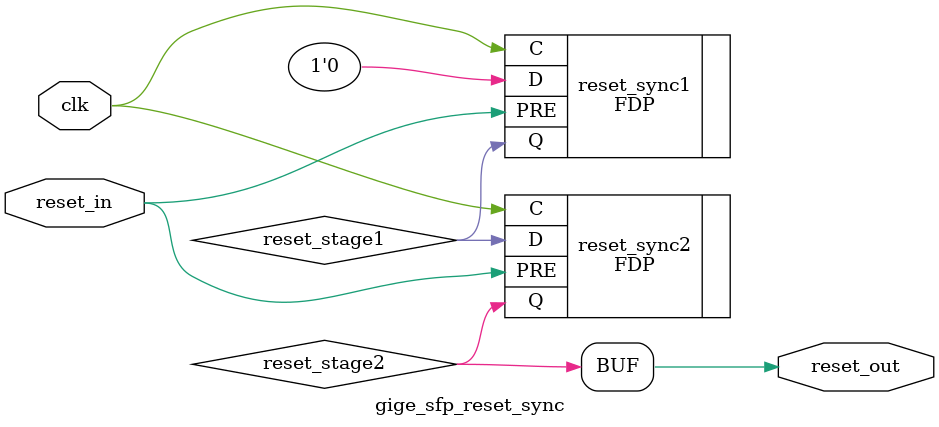
<source format=v>

`timescale 1ps/1ps

module gige_sfp_reset_sync #(
  parameter INITIALISE = 2'b11
)
(
   input       reset_in,
   input       clk,
   output      reset_out
);


  (* shreg_extract = "no", ASYNC_REG = "TRUE" *)
  wire  reset_stage1;

  (* shreg_extract = "no", ASYNC_REG = "TRUE" *)
  wire  reset_stage2;

  FDP #(
   .INIT (INITIALISE[0])
  ) reset_sync1 (
  .C  (clk), 
  .PRE(reset_in),
  .D  (1'b0),
  .Q  (reset_stage1) 
  );
  
  FDP #(
   .INIT (INITIALISE[1])
  ) reset_sync2 (
  .C  (clk), 
  .PRE(reset_in),
  .D  (reset_stage1),
  .Q  (reset_stage2) 
  );


assign reset_out = reset_stage2;



endmodule

</source>
